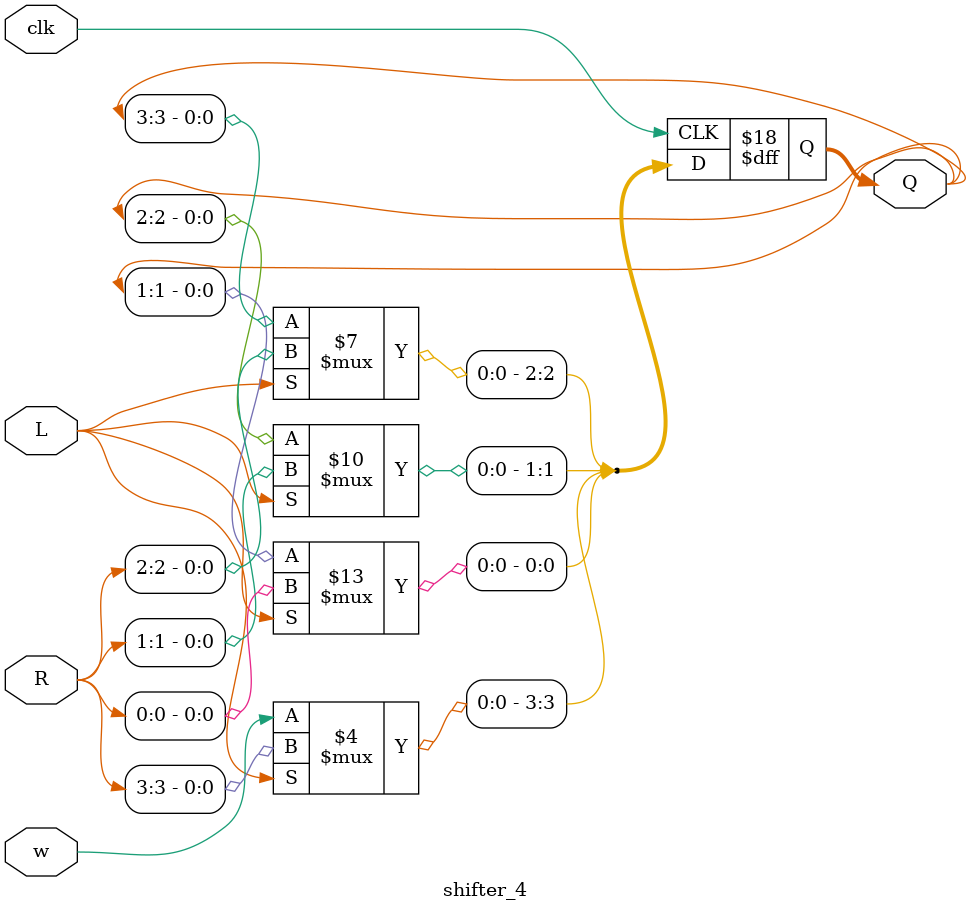
<source format=v>
module shifter_4(R,L,w,clk,Q);
input [3:0] R;
input L,w,clk;
output reg[3:0]Q;
integer k;

always@(posedge clk)
	if(L)
		Q <= R;
	else
		begin
			for(k = 0; k < 3; k = k + 1)
				Q[k] <=Q[k+1];
			Q[3] <= w;
		end

endmodule
</source>
